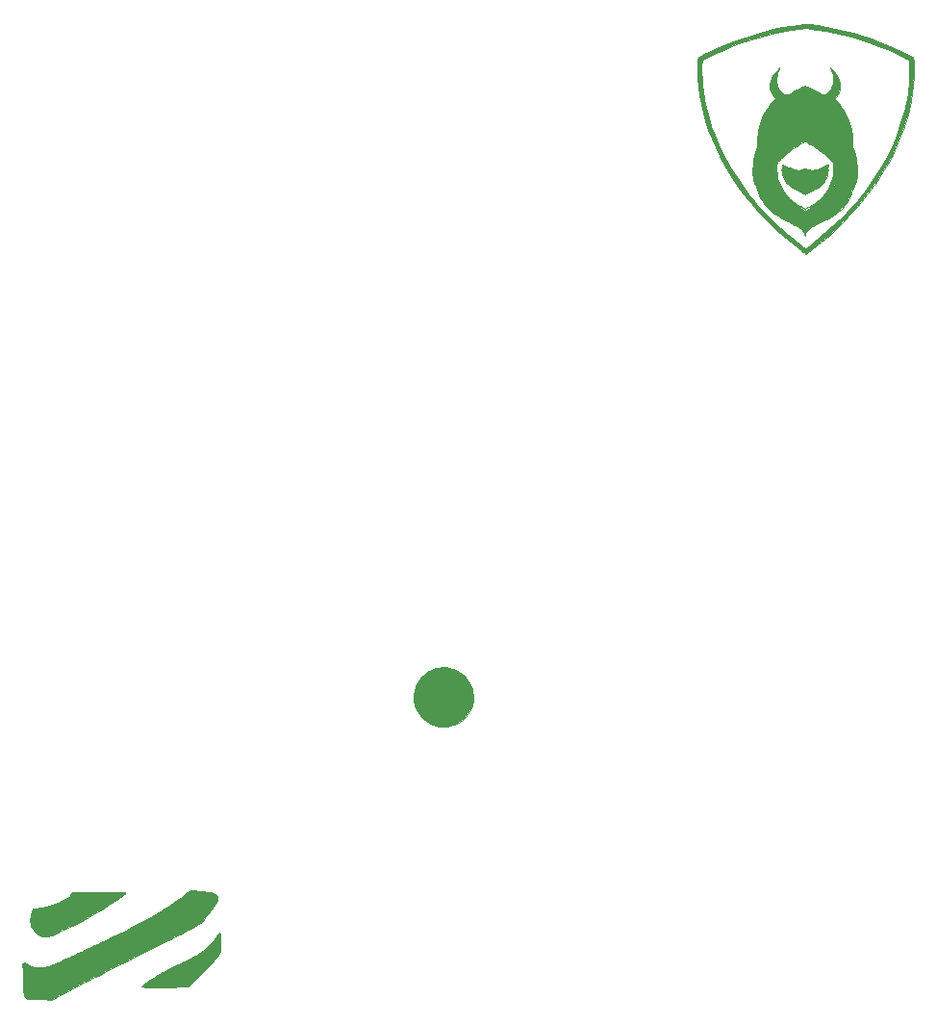
<source format=gbr>
%TF.GenerationSoftware,KiCad,Pcbnew,7.0.5*%
%TF.CreationDate,2023-07-19T22:03:03-05:00*%
%TF.ProjectId,GamePip-Mashup,47616d65-5069-4702-9d4d-61736875702e,rev?*%
%TF.SameCoordinates,Original*%
%TF.FileFunction,Soldermask,Top*%
%TF.FilePolarity,Negative*%
%FSLAX46Y46*%
G04 Gerber Fmt 4.6, Leading zero omitted, Abs format (unit mm)*
G04 Created by KiCad (PCBNEW 7.0.5) date 2023-07-19 22:03:03*
%MOMM*%
%LPD*%
G01*
G04 APERTURE LIST*
%ADD10C,0.010000*%
G04 APERTURE END LIST*
%TO.C,G\u002A\u002A\u002A*%
D10*
X136194583Y-135193275D02*
X136269415Y-135203829D01*
X136377995Y-135217439D01*
X136511927Y-135233139D01*
X136662818Y-135249965D01*
X136822273Y-135266949D01*
X136934238Y-135278389D01*
X137206031Y-135307542D01*
X137439776Y-135336974D01*
X137639754Y-135367549D01*
X137810248Y-135400128D01*
X137955538Y-135435574D01*
X138079906Y-135474750D01*
X138187633Y-135518517D01*
X138231249Y-135539648D01*
X138333925Y-135608950D01*
X138401459Y-135695146D01*
X138434026Y-135799799D01*
X138431802Y-135924469D01*
X138394964Y-136070719D01*
X138323687Y-136240111D01*
X138312716Y-136262291D01*
X138286045Y-136306577D01*
X138236127Y-136380640D01*
X138165678Y-136480821D01*
X138077413Y-136603462D01*
X137974050Y-136744902D01*
X137858304Y-136901483D01*
X137732892Y-137069545D01*
X137600531Y-137245430D01*
X137463935Y-137425478D01*
X137325823Y-137606031D01*
X137188909Y-137783429D01*
X137074639Y-137930109D01*
X137021939Y-137988579D01*
X136952481Y-138049027D01*
X136862109Y-138114169D01*
X136746668Y-138186724D01*
X136602003Y-138269406D01*
X136423959Y-138364934D01*
X136353333Y-138401727D01*
X136207625Y-138477473D01*
X136054637Y-138557532D01*
X135905143Y-138636230D01*
X135769919Y-138707891D01*
X135659737Y-138766842D01*
X135644250Y-138775203D01*
X135596928Y-138800078D01*
X135513820Y-138842923D01*
X135396966Y-138902703D01*
X135248410Y-138978386D01*
X135070193Y-139068941D01*
X134864359Y-139173333D01*
X134632948Y-139290530D01*
X134378004Y-139419500D01*
X134101568Y-139559210D01*
X133805683Y-139708627D01*
X133492390Y-139866718D01*
X133163733Y-140032451D01*
X132821754Y-140204793D01*
X132468494Y-140382711D01*
X132105996Y-140565173D01*
X131813083Y-140712530D01*
X131253155Y-140994213D01*
X130729068Y-141258006D01*
X130238794Y-141504947D01*
X129780308Y-141736074D01*
X129351583Y-141952423D01*
X128950593Y-142155033D01*
X128575310Y-142344939D01*
X128223710Y-142523180D01*
X127893764Y-142690792D01*
X127583447Y-142848813D01*
X127290733Y-142998280D01*
X127013594Y-143140230D01*
X126750004Y-143275701D01*
X126497937Y-143405729D01*
X126255367Y-143531353D01*
X126020266Y-143653609D01*
X125790609Y-143773534D01*
X125564368Y-143892165D01*
X125339518Y-144010541D01*
X125114032Y-144129697D01*
X124885884Y-144250672D01*
X124653046Y-144374503D01*
X124519245Y-144445806D01*
X123829407Y-144813667D01*
X123566745Y-144809000D01*
X123483005Y-144807588D01*
X123363923Y-144805688D01*
X123216484Y-144803406D01*
X123047677Y-144800849D01*
X122864487Y-144798121D01*
X122673901Y-144795330D01*
X122520917Y-144793125D01*
X122314664Y-144789992D01*
X122146319Y-144786914D01*
X122011456Y-144783639D01*
X121905652Y-144779915D01*
X121824481Y-144775491D01*
X121763518Y-144770114D01*
X121718339Y-144763534D01*
X121684519Y-144755498D01*
X121657633Y-144745754D01*
X121653083Y-144743752D01*
X121557311Y-144688421D01*
X121481659Y-144615086D01*
X121423061Y-144518239D01*
X121378455Y-144392371D01*
X121344776Y-144231973D01*
X121335969Y-144173620D01*
X121306207Y-143889992D01*
X121290764Y-143566962D01*
X121289652Y-143204972D01*
X121301270Y-142838452D01*
X121308488Y-142678134D01*
X121313346Y-142553273D01*
X121315633Y-142457048D01*
X121315137Y-142382636D01*
X121311647Y-142323216D01*
X121304952Y-142271967D01*
X121294841Y-142222066D01*
X121281101Y-142166693D01*
X121280377Y-142163899D01*
X121257756Y-142056813D01*
X121240746Y-141939211D01*
X121232995Y-141836368D01*
X121232976Y-141835446D01*
X121232383Y-141753333D01*
X121236993Y-141701293D01*
X121250188Y-141667104D01*
X121275352Y-141638546D01*
X121291412Y-141624336D01*
X121345652Y-141587929D01*
X121398118Y-141581050D01*
X121418412Y-141584130D01*
X121513277Y-141614437D01*
X121627557Y-141669548D01*
X121751000Y-141744071D01*
X121835704Y-141803651D01*
X121970889Y-141904704D01*
X122380979Y-141943704D01*
X122620306Y-141962308D01*
X122831362Y-141968434D01*
X123026629Y-141961053D01*
X123218592Y-141939137D01*
X123419734Y-141901656D01*
X123642539Y-141847583D01*
X123685083Y-141836230D01*
X123720578Y-141822903D01*
X123791709Y-141792801D01*
X123895803Y-141747163D01*
X124030185Y-141687224D01*
X124192182Y-141614221D01*
X124379118Y-141529390D01*
X124588321Y-141433969D01*
X124817114Y-141329193D01*
X125062825Y-141216300D01*
X125322778Y-141096525D01*
X125594300Y-140971106D01*
X125874717Y-140841278D01*
X126161354Y-140708279D01*
X126451536Y-140573344D01*
X126742591Y-140437711D01*
X127031842Y-140302617D01*
X127316617Y-140169296D01*
X127594241Y-140038987D01*
X127862039Y-139912925D01*
X128117338Y-139792348D01*
X128357463Y-139678491D01*
X128553417Y-139585164D01*
X129162215Y-139291847D01*
X129754044Y-139001392D01*
X130326255Y-138715188D01*
X130876201Y-138434622D01*
X131401233Y-138161084D01*
X131898703Y-137895961D01*
X132365964Y-137640643D01*
X132800365Y-137396516D01*
X133199261Y-137164971D01*
X133411167Y-137038282D01*
X133763998Y-136820792D01*
X134107286Y-136601291D01*
X134437381Y-136382388D01*
X134750629Y-136166690D01*
X135043380Y-135956806D01*
X135311981Y-135755346D01*
X135552781Y-135564917D01*
X135762128Y-135388128D01*
X135908833Y-135254145D01*
X136004083Y-135163220D01*
X136194583Y-135193275D01*
G36*
X136194583Y-135193275D02*
G01*
X136269415Y-135203829D01*
X136377995Y-135217439D01*
X136511927Y-135233139D01*
X136662818Y-135249965D01*
X136822273Y-135266949D01*
X136934238Y-135278389D01*
X137206031Y-135307542D01*
X137439776Y-135336974D01*
X137639754Y-135367549D01*
X137810248Y-135400128D01*
X137955538Y-135435574D01*
X138079906Y-135474750D01*
X138187633Y-135518517D01*
X138231249Y-135539648D01*
X138333925Y-135608950D01*
X138401459Y-135695146D01*
X138434026Y-135799799D01*
X138431802Y-135924469D01*
X138394964Y-136070719D01*
X138323687Y-136240111D01*
X138312716Y-136262291D01*
X138286045Y-136306577D01*
X138236127Y-136380640D01*
X138165678Y-136480821D01*
X138077413Y-136603462D01*
X137974050Y-136744902D01*
X137858304Y-136901483D01*
X137732892Y-137069545D01*
X137600531Y-137245430D01*
X137463935Y-137425478D01*
X137325823Y-137606031D01*
X137188909Y-137783429D01*
X137074639Y-137930109D01*
X137021939Y-137988579D01*
X136952481Y-138049027D01*
X136862109Y-138114169D01*
X136746668Y-138186724D01*
X136602003Y-138269406D01*
X136423959Y-138364934D01*
X136353333Y-138401727D01*
X136207625Y-138477473D01*
X136054637Y-138557532D01*
X135905143Y-138636230D01*
X135769919Y-138707891D01*
X135659737Y-138766842D01*
X135644250Y-138775203D01*
X135596928Y-138800078D01*
X135513820Y-138842923D01*
X135396966Y-138902703D01*
X135248410Y-138978386D01*
X135070193Y-139068941D01*
X134864359Y-139173333D01*
X134632948Y-139290530D01*
X134378004Y-139419500D01*
X134101568Y-139559210D01*
X133805683Y-139708627D01*
X133492390Y-139866718D01*
X133163733Y-140032451D01*
X132821754Y-140204793D01*
X132468494Y-140382711D01*
X132105996Y-140565173D01*
X131813083Y-140712530D01*
X131253155Y-140994213D01*
X130729068Y-141258006D01*
X130238794Y-141504947D01*
X129780308Y-141736074D01*
X129351583Y-141952423D01*
X128950593Y-142155033D01*
X128575310Y-142344939D01*
X128223710Y-142523180D01*
X127893764Y-142690792D01*
X127583447Y-142848813D01*
X127290733Y-142998280D01*
X127013594Y-143140230D01*
X126750004Y-143275701D01*
X126497937Y-143405729D01*
X126255367Y-143531353D01*
X126020266Y-143653609D01*
X125790609Y-143773534D01*
X125564368Y-143892165D01*
X125339518Y-144010541D01*
X125114032Y-144129697D01*
X124885884Y-144250672D01*
X124653046Y-144374503D01*
X124519245Y-144445806D01*
X123829407Y-144813667D01*
X123566745Y-144809000D01*
X123483005Y-144807588D01*
X123363923Y-144805688D01*
X123216484Y-144803406D01*
X123047677Y-144800849D01*
X122864487Y-144798121D01*
X122673901Y-144795330D01*
X122520917Y-144793125D01*
X122314664Y-144789992D01*
X122146319Y-144786914D01*
X122011456Y-144783639D01*
X121905652Y-144779915D01*
X121824481Y-144775491D01*
X121763518Y-144770114D01*
X121718339Y-144763534D01*
X121684519Y-144755498D01*
X121657633Y-144745754D01*
X121653083Y-144743752D01*
X121557311Y-144688421D01*
X121481659Y-144615086D01*
X121423061Y-144518239D01*
X121378455Y-144392371D01*
X121344776Y-144231973D01*
X121335969Y-144173620D01*
X121306207Y-143889992D01*
X121290764Y-143566962D01*
X121289652Y-143204972D01*
X121301270Y-142838452D01*
X121308488Y-142678134D01*
X121313346Y-142553273D01*
X121315633Y-142457048D01*
X121315137Y-142382636D01*
X121311647Y-142323216D01*
X121304952Y-142271967D01*
X121294841Y-142222066D01*
X121281101Y-142166693D01*
X121280377Y-142163899D01*
X121257756Y-142056813D01*
X121240746Y-141939211D01*
X121232995Y-141836368D01*
X121232976Y-141835446D01*
X121232383Y-141753333D01*
X121236993Y-141701293D01*
X121250188Y-141667104D01*
X121275352Y-141638546D01*
X121291412Y-141624336D01*
X121345652Y-141587929D01*
X121398118Y-141581050D01*
X121418412Y-141584130D01*
X121513277Y-141614437D01*
X121627557Y-141669548D01*
X121751000Y-141744071D01*
X121835704Y-141803651D01*
X121970889Y-141904704D01*
X122380979Y-141943704D01*
X122620306Y-141962308D01*
X122831362Y-141968434D01*
X123026629Y-141961053D01*
X123218592Y-141939137D01*
X123419734Y-141901656D01*
X123642539Y-141847583D01*
X123685083Y-141836230D01*
X123720578Y-141822903D01*
X123791709Y-141792801D01*
X123895803Y-141747163D01*
X124030185Y-141687224D01*
X124192182Y-141614221D01*
X124379118Y-141529390D01*
X124588321Y-141433969D01*
X124817114Y-141329193D01*
X125062825Y-141216300D01*
X125322778Y-141096525D01*
X125594300Y-140971106D01*
X125874717Y-140841278D01*
X126161354Y-140708279D01*
X126451536Y-140573344D01*
X126742591Y-140437711D01*
X127031842Y-140302617D01*
X127316617Y-140169296D01*
X127594241Y-140038987D01*
X127862039Y-139912925D01*
X128117338Y-139792348D01*
X128357463Y-139678491D01*
X128553417Y-139585164D01*
X129162215Y-139291847D01*
X129754044Y-139001392D01*
X130326255Y-138715188D01*
X130876201Y-138434622D01*
X131401233Y-138161084D01*
X131898703Y-137895961D01*
X132365964Y-137640643D01*
X132800365Y-137396516D01*
X133199261Y-137164971D01*
X133411167Y-137038282D01*
X133763998Y-136820792D01*
X134107286Y-136601291D01*
X134437381Y-136382388D01*
X134750629Y-136166690D01*
X135043380Y-135956806D01*
X135311981Y-135755346D01*
X135552781Y-135564917D01*
X135762128Y-135388128D01*
X135908833Y-135254145D01*
X136004083Y-135163220D01*
X136194583Y-135193275D01*
G37*
X138621281Y-139100322D02*
X138624976Y-139167208D01*
X138628737Y-139269321D01*
X138632393Y-139399555D01*
X138635772Y-139550803D01*
X138638701Y-139715961D01*
X138641007Y-139887922D01*
X138641503Y-139934750D01*
X138648027Y-140590917D01*
X138595290Y-140718094D01*
X138571815Y-140772958D01*
X138547270Y-140825280D01*
X138519753Y-140877203D01*
X138487363Y-140930869D01*
X138448197Y-140988421D01*
X138400353Y-141052003D01*
X138341930Y-141123757D01*
X138271025Y-141205825D01*
X138185736Y-141300352D01*
X138084162Y-141409479D01*
X137964401Y-141535350D01*
X137824549Y-141680107D01*
X137662707Y-141845893D01*
X137476971Y-142034852D01*
X137265439Y-142249126D01*
X137026210Y-142490858D01*
X136983893Y-142533582D01*
X135898250Y-143629580D01*
X135591333Y-143650134D01*
X135486048Y-143657274D01*
X135347920Y-143666776D01*
X135186332Y-143677985D01*
X135010667Y-143690251D01*
X134830307Y-143702919D01*
X134670583Y-143714206D01*
X134465083Y-143727170D01*
X134239920Y-143738545D01*
X134001408Y-143748223D01*
X133755863Y-143756096D01*
X133509597Y-143762054D01*
X133268927Y-143765991D01*
X133040165Y-143767798D01*
X132829627Y-143767366D01*
X132643627Y-143764588D01*
X132488479Y-143759355D01*
X132390280Y-143753285D01*
X132198455Y-143736131D01*
X132036903Y-143718464D01*
X131908167Y-143700674D01*
X131814786Y-143683149D01*
X131759301Y-143666276D01*
X131744145Y-143654472D01*
X131754292Y-143625110D01*
X131792541Y-143575849D01*
X131853085Y-143512133D01*
X131930118Y-143439409D01*
X132017835Y-143363122D01*
X132110429Y-143288716D01*
X132202093Y-143221638D01*
X132215250Y-143212649D01*
X132344058Y-143127204D01*
X132479497Y-143040836D01*
X132624195Y-142952127D01*
X132780783Y-142859659D01*
X132951889Y-142762015D01*
X133140144Y-142657775D01*
X133348175Y-142545524D01*
X133578614Y-142423841D01*
X133834089Y-142291309D01*
X134117230Y-142146511D01*
X134430666Y-141988028D01*
X134777027Y-141814443D01*
X135158941Y-141624336D01*
X135178583Y-141614588D01*
X135418550Y-141495047D01*
X135648521Y-141379608D01*
X135865168Y-141269991D01*
X136065169Y-141167913D01*
X136245197Y-141075093D01*
X136401927Y-140993251D01*
X136532036Y-140924103D01*
X136632196Y-140869370D01*
X136699084Y-140830769D01*
X136716833Y-140819528D01*
X136853924Y-140725341D01*
X136982082Y-140631365D01*
X137105302Y-140533792D01*
X137227581Y-140428814D01*
X137352915Y-140312621D01*
X137485299Y-140181405D01*
X137628730Y-140031356D01*
X137787203Y-139858666D01*
X137964714Y-139659525D01*
X138120754Y-139481322D01*
X138607583Y-138922061D01*
X138621281Y-139100322D01*
G36*
X138621281Y-139100322D02*
G01*
X138624976Y-139167208D01*
X138628737Y-139269321D01*
X138632393Y-139399555D01*
X138635772Y-139550803D01*
X138638701Y-139715961D01*
X138641007Y-139887922D01*
X138641503Y-139934750D01*
X138648027Y-140590917D01*
X138595290Y-140718094D01*
X138571815Y-140772958D01*
X138547270Y-140825280D01*
X138519753Y-140877203D01*
X138487363Y-140930869D01*
X138448197Y-140988421D01*
X138400353Y-141052003D01*
X138341930Y-141123757D01*
X138271025Y-141205825D01*
X138185736Y-141300352D01*
X138084162Y-141409479D01*
X137964401Y-141535350D01*
X137824549Y-141680107D01*
X137662707Y-141845893D01*
X137476971Y-142034852D01*
X137265439Y-142249126D01*
X137026210Y-142490858D01*
X136983893Y-142533582D01*
X135898250Y-143629580D01*
X135591333Y-143650134D01*
X135486048Y-143657274D01*
X135347920Y-143666776D01*
X135186332Y-143677985D01*
X135010667Y-143690251D01*
X134830307Y-143702919D01*
X134670583Y-143714206D01*
X134465083Y-143727170D01*
X134239920Y-143738545D01*
X134001408Y-143748223D01*
X133755863Y-143756096D01*
X133509597Y-143762054D01*
X133268927Y-143765991D01*
X133040165Y-143767798D01*
X132829627Y-143767366D01*
X132643627Y-143764588D01*
X132488479Y-143759355D01*
X132390280Y-143753285D01*
X132198455Y-143736131D01*
X132036903Y-143718464D01*
X131908167Y-143700674D01*
X131814786Y-143683149D01*
X131759301Y-143666276D01*
X131744145Y-143654472D01*
X131754292Y-143625110D01*
X131792541Y-143575849D01*
X131853085Y-143512133D01*
X131930118Y-143439409D01*
X132017835Y-143363122D01*
X132110429Y-143288716D01*
X132202093Y-143221638D01*
X132215250Y-143212649D01*
X132344058Y-143127204D01*
X132479497Y-143040836D01*
X132624195Y-142952127D01*
X132780783Y-142859659D01*
X132951889Y-142762015D01*
X133140144Y-142657775D01*
X133348175Y-142545524D01*
X133578614Y-142423841D01*
X133834089Y-142291309D01*
X134117230Y-142146511D01*
X134430666Y-141988028D01*
X134777027Y-141814443D01*
X135158941Y-141624336D01*
X135178583Y-141614588D01*
X135418550Y-141495047D01*
X135648521Y-141379608D01*
X135865168Y-141269991D01*
X136065169Y-141167913D01*
X136245197Y-141075093D01*
X136401927Y-140993251D01*
X136532036Y-140924103D01*
X136632196Y-140869370D01*
X136699084Y-140830769D01*
X136716833Y-140819528D01*
X136853924Y-140725341D01*
X136982082Y-140631365D01*
X137105302Y-140533792D01*
X137227581Y-140428814D01*
X137352915Y-140312621D01*
X137485299Y-140181405D01*
X137628730Y-140031356D01*
X137787203Y-139858666D01*
X137964714Y-139659525D01*
X138120754Y-139481322D01*
X138607583Y-138922061D01*
X138621281Y-139100322D01*
G37*
X128019583Y-135340061D02*
X128497602Y-135351017D01*
X128706524Y-135357244D01*
X128923209Y-135363133D01*
X129139093Y-135368488D01*
X129345611Y-135373117D01*
X129534201Y-135376826D01*
X129696298Y-135379421D01*
X129806487Y-135380605D01*
X129973108Y-135382201D01*
X130101395Y-135385020D01*
X130195348Y-135390062D01*
X130258967Y-135398330D01*
X130296249Y-135410825D01*
X130311196Y-135428549D01*
X130307806Y-135452502D01*
X130290078Y-135483688D01*
X130279421Y-135499039D01*
X130250777Y-135525965D01*
X130189865Y-135573304D01*
X130100143Y-135638757D01*
X129985067Y-135720022D01*
X129848094Y-135814800D01*
X129692681Y-135920791D01*
X129522284Y-136035694D01*
X129340360Y-136157208D01*
X129150366Y-136283034D01*
X128955758Y-136410872D01*
X128759994Y-136538420D01*
X128566529Y-136663378D01*
X128378821Y-136783447D01*
X128200325Y-136896326D01*
X128034500Y-136999714D01*
X127905955Y-137078498D01*
X127500764Y-137317884D01*
X127062013Y-137564920D01*
X126596889Y-137815765D01*
X126112575Y-138066580D01*
X125616256Y-138313524D01*
X125396900Y-138419497D01*
X125077145Y-138572043D01*
X124793273Y-138706345D01*
X124543385Y-138823248D01*
X124325580Y-138923598D01*
X124137958Y-139008240D01*
X123978617Y-139078021D01*
X123845658Y-139133787D01*
X123737179Y-139176382D01*
X123651281Y-139206653D01*
X123586063Y-139225447D01*
X123585732Y-139225526D01*
X123431909Y-139255819D01*
X123278745Y-139274184D01*
X123138238Y-139279764D01*
X123022385Y-139271705D01*
X122998361Y-139267392D01*
X122823392Y-139210687D01*
X122650041Y-139117306D01*
X122483650Y-138992743D01*
X122329562Y-138842492D01*
X122193120Y-138672046D01*
X122079668Y-138486899D01*
X121994547Y-138292545D01*
X121968163Y-138208155D01*
X121943361Y-138081091D01*
X121931234Y-137934184D01*
X121930748Y-137774181D01*
X121940867Y-137607827D01*
X121960555Y-137441869D01*
X121988779Y-137283053D01*
X122024503Y-137138125D01*
X122066692Y-137013829D01*
X122114310Y-136916914D01*
X122166324Y-136854124D01*
X122177122Y-136846281D01*
X122221245Y-136829407D01*
X122292779Y-136813788D01*
X122376846Y-136802618D01*
X122383333Y-136802041D01*
X122544468Y-136782713D01*
X122739544Y-136749827D01*
X122962789Y-136704487D01*
X123208430Y-136647799D01*
X123275646Y-136631240D01*
X123678641Y-136522203D01*
X124055872Y-136402931D01*
X124403985Y-136274747D01*
X124719622Y-136138975D01*
X124999429Y-135996937D01*
X125215071Y-135866677D01*
X125311277Y-135800613D01*
X125377278Y-135747079D01*
X125419736Y-135697799D01*
X125445311Y-135644495D01*
X125460665Y-135578890D01*
X125464018Y-135557336D01*
X125475272Y-135499801D01*
X125493787Y-135456485D01*
X125525282Y-135425013D01*
X125575474Y-135403008D01*
X125650081Y-135388095D01*
X125754822Y-135377898D01*
X125895413Y-135370042D01*
X125917190Y-135369043D01*
X126422884Y-135350633D01*
X126952994Y-135339588D01*
X127490801Y-135336025D01*
X128019583Y-135340061D01*
G36*
X128019583Y-135340061D02*
G01*
X128497602Y-135351017D01*
X128706524Y-135357244D01*
X128923209Y-135363133D01*
X129139093Y-135368488D01*
X129345611Y-135373117D01*
X129534201Y-135376826D01*
X129696298Y-135379421D01*
X129806487Y-135380605D01*
X129973108Y-135382201D01*
X130101395Y-135385020D01*
X130195348Y-135390062D01*
X130258967Y-135398330D01*
X130296249Y-135410825D01*
X130311196Y-135428549D01*
X130307806Y-135452502D01*
X130290078Y-135483688D01*
X130279421Y-135499039D01*
X130250777Y-135525965D01*
X130189865Y-135573304D01*
X130100143Y-135638757D01*
X129985067Y-135720022D01*
X129848094Y-135814800D01*
X129692681Y-135920791D01*
X129522284Y-136035694D01*
X129340360Y-136157208D01*
X129150366Y-136283034D01*
X128955758Y-136410872D01*
X128759994Y-136538420D01*
X128566529Y-136663378D01*
X128378821Y-136783447D01*
X128200325Y-136896326D01*
X128034500Y-136999714D01*
X127905955Y-137078498D01*
X127500764Y-137317884D01*
X127062013Y-137564920D01*
X126596889Y-137815765D01*
X126112575Y-138066580D01*
X125616256Y-138313524D01*
X125396900Y-138419497D01*
X125077145Y-138572043D01*
X124793273Y-138706345D01*
X124543385Y-138823248D01*
X124325580Y-138923598D01*
X124137958Y-139008240D01*
X123978617Y-139078021D01*
X123845658Y-139133787D01*
X123737179Y-139176382D01*
X123651281Y-139206653D01*
X123586063Y-139225447D01*
X123585732Y-139225526D01*
X123431909Y-139255819D01*
X123278745Y-139274184D01*
X123138238Y-139279764D01*
X123022385Y-139271705D01*
X122998361Y-139267392D01*
X122823392Y-139210687D01*
X122650041Y-139117306D01*
X122483650Y-138992743D01*
X122329562Y-138842492D01*
X122193120Y-138672046D01*
X122079668Y-138486899D01*
X121994547Y-138292545D01*
X121968163Y-138208155D01*
X121943361Y-138081091D01*
X121931234Y-137934184D01*
X121930748Y-137774181D01*
X121940867Y-137607827D01*
X121960555Y-137441869D01*
X121988779Y-137283053D01*
X122024503Y-137138125D01*
X122066692Y-137013829D01*
X122114310Y-136916914D01*
X122166324Y-136854124D01*
X122177122Y-136846281D01*
X122221245Y-136829407D01*
X122292779Y-136813788D01*
X122376846Y-136802618D01*
X122383333Y-136802041D01*
X122544468Y-136782713D01*
X122739544Y-136749827D01*
X122962789Y-136704487D01*
X123208430Y-136647799D01*
X123275646Y-136631240D01*
X123678641Y-136522203D01*
X124055872Y-136402931D01*
X124403985Y-136274747D01*
X124719622Y-136138975D01*
X124999429Y-135996937D01*
X125215071Y-135866677D01*
X125311277Y-135800613D01*
X125377278Y-135747079D01*
X125419736Y-135697799D01*
X125445311Y-135644495D01*
X125460665Y-135578890D01*
X125464018Y-135557336D01*
X125475272Y-135499801D01*
X125493787Y-135456485D01*
X125525282Y-135425013D01*
X125575474Y-135403008D01*
X125650081Y-135388095D01*
X125754822Y-135377898D01*
X125895413Y-135370042D01*
X125917190Y-135369043D01*
X126422884Y-135350633D01*
X126952994Y-135339588D01*
X127490801Y-135336025D01*
X128019583Y-135340061D01*
G37*
X158493630Y-115590996D02*
X158791876Y-115630136D01*
X159083879Y-115702809D01*
X159366383Y-115808552D01*
X159636133Y-115946898D01*
X159889876Y-116117383D01*
X160124355Y-116319543D01*
X160336318Y-116552912D01*
X160522508Y-116817026D01*
X160556466Y-116873667D01*
X160702847Y-117163659D01*
X160809267Y-117463821D01*
X160876510Y-117777110D01*
X160905358Y-118106483D01*
X160906667Y-118196583D01*
X160886481Y-118529186D01*
X160827232Y-118848939D01*
X160730885Y-119153427D01*
X160599403Y-119440237D01*
X160434752Y-119706956D01*
X160238894Y-119951169D01*
X160013793Y-120170463D01*
X159761415Y-120362423D01*
X159483723Y-120524637D01*
X159182681Y-120654690D01*
X158860253Y-120750169D01*
X158821750Y-120758854D01*
X158726335Y-120774196D01*
X158600820Y-120786595D01*
X158457363Y-120795614D01*
X158308123Y-120800813D01*
X158165258Y-120801756D01*
X158040927Y-120798005D01*
X157953917Y-120790110D01*
X157631324Y-120724229D01*
X157328035Y-120623069D01*
X157045545Y-120489419D01*
X156785350Y-120326073D01*
X156548944Y-120135821D01*
X156337824Y-119921456D01*
X156153486Y-119685770D01*
X155997424Y-119431555D01*
X155871135Y-119161602D01*
X155776113Y-118878703D01*
X155713856Y-118585650D01*
X155685857Y-118285236D01*
X155693612Y-117980251D01*
X155738618Y-117673487D01*
X155822370Y-117367738D01*
X155946363Y-117065794D01*
X155952304Y-117053583D01*
X156100223Y-116785979D01*
X156268066Y-116549593D01*
X156462333Y-116335492D01*
X156504463Y-116294999D01*
X156755287Y-116086390D01*
X157022650Y-115914567D01*
X157303297Y-115779068D01*
X157593973Y-115679425D01*
X157891423Y-115615176D01*
X158192394Y-115585854D01*
X158493630Y-115590996D01*
G36*
X158493630Y-115590996D02*
G01*
X158791876Y-115630136D01*
X159083879Y-115702809D01*
X159366383Y-115808552D01*
X159636133Y-115946898D01*
X159889876Y-116117383D01*
X160124355Y-116319543D01*
X160336318Y-116552912D01*
X160522508Y-116817026D01*
X160556466Y-116873667D01*
X160702847Y-117163659D01*
X160809267Y-117463821D01*
X160876510Y-117777110D01*
X160905358Y-118106483D01*
X160906667Y-118196583D01*
X160886481Y-118529186D01*
X160827232Y-118848939D01*
X160730885Y-119153427D01*
X160599403Y-119440237D01*
X160434752Y-119706956D01*
X160238894Y-119951169D01*
X160013793Y-120170463D01*
X159761415Y-120362423D01*
X159483723Y-120524637D01*
X159182681Y-120654690D01*
X158860253Y-120750169D01*
X158821750Y-120758854D01*
X158726335Y-120774196D01*
X158600820Y-120786595D01*
X158457363Y-120795614D01*
X158308123Y-120800813D01*
X158165258Y-120801756D01*
X158040927Y-120798005D01*
X157953917Y-120790110D01*
X157631324Y-120724229D01*
X157328035Y-120623069D01*
X157045545Y-120489419D01*
X156785350Y-120326073D01*
X156548944Y-120135821D01*
X156337824Y-119921456D01*
X156153486Y-119685770D01*
X155997424Y-119431555D01*
X155871135Y-119161602D01*
X155776113Y-118878703D01*
X155713856Y-118585650D01*
X155685857Y-118285236D01*
X155693612Y-117980251D01*
X155738618Y-117673487D01*
X155822370Y-117367738D01*
X155946363Y-117065794D01*
X155952304Y-117053583D01*
X156100223Y-116785979D01*
X156268066Y-116549593D01*
X156462333Y-116335492D01*
X156504463Y-116294999D01*
X156755287Y-116086390D01*
X157022650Y-115914567D01*
X157303297Y-115779068D01*
X157593973Y-115679425D01*
X157891423Y-115615176D01*
X158192394Y-115585854D01*
X158493630Y-115590996D01*
G37*
X190259168Y-59002131D02*
X190386554Y-59011033D01*
X190444750Y-59016488D01*
X191189869Y-59105727D01*
X191955428Y-59228492D01*
X192737592Y-59383624D01*
X193532528Y-59569967D01*
X194336400Y-59786363D01*
X195145374Y-60031655D01*
X195955616Y-60304685D01*
X196763293Y-60604296D01*
X197564568Y-60929331D01*
X198355610Y-61278631D01*
X199070838Y-61620328D01*
X199208442Y-61689157D01*
X199334099Y-61753162D01*
X199442631Y-61809612D01*
X199528861Y-61855780D01*
X199587613Y-61888936D01*
X199613711Y-61906351D01*
X199614001Y-61906681D01*
X199630096Y-61947122D01*
X199644911Y-62024731D01*
X199658227Y-62134353D01*
X199669821Y-62270836D01*
X199679473Y-62429027D01*
X199686962Y-62603772D01*
X199692066Y-62789918D01*
X199694564Y-62982312D01*
X199694236Y-63175802D01*
X199690859Y-63365233D01*
X199684271Y-63544250D01*
X199631518Y-64300084D01*
X199545732Y-65041704D01*
X199425753Y-65775250D01*
X199270420Y-66506858D01*
X199078574Y-67242669D01*
X198849055Y-67988820D01*
X198838400Y-68021000D01*
X198540436Y-68851424D01*
X198201704Y-69671175D01*
X197822511Y-70479837D01*
X197403160Y-71276997D01*
X196943956Y-72062239D01*
X196445203Y-72835149D01*
X195907206Y-73595313D01*
X195330270Y-74342316D01*
X194714699Y-75075744D01*
X194060798Y-75795181D01*
X193368871Y-76500213D01*
X192639223Y-77190427D01*
X191872159Y-77865406D01*
X191196167Y-78422688D01*
X191046073Y-78542030D01*
X190896138Y-78659764D01*
X190750237Y-78772973D01*
X190612244Y-78878738D01*
X190486034Y-78974142D01*
X190375484Y-79056266D01*
X190284467Y-79122194D01*
X190216859Y-79169006D01*
X190176536Y-79193785D01*
X190167835Y-79197000D01*
X190144655Y-79184658D01*
X190093118Y-79150082D01*
X190018349Y-79096945D01*
X189925471Y-79028919D01*
X189819607Y-78949677D01*
X189765000Y-78908214D01*
X188929490Y-78249355D01*
X188134276Y-77578103D01*
X187379074Y-76894134D01*
X186663603Y-76197120D01*
X185987581Y-75486737D01*
X185350724Y-74762658D01*
X184752752Y-74024557D01*
X184193381Y-73272109D01*
X183672330Y-72504987D01*
X183189316Y-71722866D01*
X182744057Y-70925420D01*
X182582471Y-70613917D01*
X182222404Y-69865448D01*
X181897832Y-69108515D01*
X181609333Y-68345372D01*
X181357480Y-67578274D01*
X181142849Y-66809476D01*
X180966017Y-66041233D01*
X180827559Y-65275800D01*
X180728050Y-64515431D01*
X180668065Y-63762381D01*
X180648184Y-63036250D01*
X180648421Y-62989375D01*
X181025583Y-62989375D01*
X181026138Y-63240976D01*
X181028131Y-63458520D01*
X181032050Y-63650270D01*
X181038387Y-63824492D01*
X181047630Y-63989450D01*
X181060269Y-64153409D01*
X181076795Y-64324635D01*
X181097697Y-64511391D01*
X181123465Y-64721942D01*
X181132485Y-64793083D01*
X181255251Y-65590441D01*
X181419746Y-66387147D01*
X181625368Y-67181890D01*
X181871519Y-67973361D01*
X182157598Y-68760250D01*
X182483005Y-69541247D01*
X182847141Y-70315044D01*
X183249404Y-71080330D01*
X183689196Y-71835796D01*
X184165917Y-72580132D01*
X184678965Y-73312029D01*
X185227742Y-74030177D01*
X185540005Y-74413333D01*
X185934260Y-74872227D01*
X186360134Y-75341520D01*
X186810663Y-75814184D01*
X187278885Y-76283193D01*
X187757838Y-76741519D01*
X188240559Y-77182135D01*
X188561615Y-77463074D01*
X188734154Y-77610131D01*
X188910207Y-77757901D01*
X189086661Y-77903942D01*
X189260400Y-78045812D01*
X189428312Y-78181068D01*
X189587281Y-78307269D01*
X189734195Y-78421973D01*
X189865938Y-78522737D01*
X189979397Y-78607119D01*
X190071458Y-78672676D01*
X190139006Y-78716968D01*
X190178928Y-78737551D01*
X190187549Y-78738192D01*
X190212763Y-78720549D01*
X190264419Y-78682393D01*
X190335415Y-78629031D01*
X190418646Y-78565771D01*
X190434167Y-78553906D01*
X191144148Y-77992830D01*
X191835503Y-77410908D01*
X192504143Y-76812012D01*
X193145978Y-76200015D01*
X193756920Y-75578791D01*
X194332879Y-74952213D01*
X194760724Y-74455667D01*
X195351725Y-73718873D01*
X195903511Y-72969406D01*
X196415801Y-72207772D01*
X196888316Y-71434476D01*
X197320776Y-70650025D01*
X197712902Y-69854924D01*
X198064415Y-69049679D01*
X198375034Y-68234797D01*
X198634662Y-67443366D01*
X198847586Y-66676718D01*
X199020788Y-65915465D01*
X199155479Y-65154188D01*
X199175212Y-65020342D01*
X199210686Y-64766085D01*
X199239653Y-64541648D01*
X199262741Y-64338025D01*
X199280581Y-64146207D01*
X199293802Y-63957187D01*
X199303032Y-63761956D01*
X199308902Y-63551506D01*
X199312040Y-63316830D01*
X199313076Y-63048919D01*
X199313077Y-63046833D01*
X199312760Y-62865245D01*
X199311636Y-62695110D01*
X199309801Y-62541528D01*
X199307351Y-62409597D01*
X199304381Y-62304416D01*
X199300987Y-62231084D01*
X199297266Y-62194701D01*
X199297050Y-62193860D01*
X199288041Y-62173517D01*
X199269632Y-62152145D01*
X199237404Y-62127105D01*
X199186940Y-62095757D01*
X199113823Y-62055460D01*
X199013635Y-62003574D01*
X198881957Y-61937460D01*
X198799633Y-61896611D01*
X198063137Y-61546951D01*
X197308005Y-61217260D01*
X196538831Y-60908947D01*
X195760212Y-60623417D01*
X194976742Y-60362080D01*
X194193017Y-60126341D01*
X193413632Y-59917609D01*
X192643182Y-59737290D01*
X191886262Y-59586792D01*
X191147467Y-59467522D01*
X190667028Y-59406024D01*
X190494657Y-59387244D01*
X190352764Y-59374517D01*
X190229929Y-59367845D01*
X190114730Y-59367234D01*
X189995746Y-59372687D01*
X189861558Y-59384208D01*
X189700743Y-59401801D01*
X189661583Y-59406377D01*
X188837045Y-59521334D01*
X187996690Y-59673679D01*
X187143098Y-59862672D01*
X186278845Y-60087573D01*
X185406509Y-60347642D01*
X184528669Y-60642138D01*
X183647903Y-60970321D01*
X182766787Y-61331452D01*
X182401525Y-61490867D01*
X182241900Y-61562688D01*
X182075339Y-61639245D01*
X181906636Y-61718189D01*
X181740586Y-61797173D01*
X181581984Y-61873849D01*
X181435626Y-61945868D01*
X181306307Y-62010883D01*
X181198821Y-62066544D01*
X181117963Y-62110504D01*
X181068529Y-62140415D01*
X181057333Y-62149130D01*
X181049081Y-62162303D01*
X181042357Y-62186526D01*
X181037010Y-62225719D01*
X181032894Y-62283807D01*
X181029861Y-62364709D01*
X181027761Y-62472349D01*
X181026447Y-62610649D01*
X181025770Y-62783530D01*
X181025583Y-62989375D01*
X180648421Y-62989375D01*
X180649577Y-62761722D01*
X180654325Y-62527796D01*
X180662566Y-62332863D01*
X180674441Y-62175313D01*
X180690087Y-62053537D01*
X180709642Y-61965925D01*
X180733246Y-61910869D01*
X180746447Y-61895188D01*
X180780840Y-61872776D01*
X180848905Y-61834951D01*
X180945876Y-61784036D01*
X181066987Y-61722354D01*
X181207469Y-61652227D01*
X181362558Y-61575979D01*
X181527487Y-61495933D01*
X181697488Y-61414412D01*
X181867795Y-61333738D01*
X182033642Y-61256234D01*
X182190263Y-61184224D01*
X182332890Y-61120031D01*
X182376910Y-61100591D01*
X183194881Y-60755977D01*
X184016970Y-60438306D01*
X184839806Y-60148514D01*
X185660017Y-59887537D01*
X186474230Y-59656311D01*
X187279074Y-59455771D01*
X188071177Y-59286852D01*
X188847166Y-59150491D01*
X189603671Y-59047622D01*
X189883833Y-59017656D01*
X190026179Y-59005405D01*
X190145167Y-59000242D01*
X190259168Y-59002131D01*
G36*
X190259168Y-59002131D02*
G01*
X190386554Y-59011033D01*
X190444750Y-59016488D01*
X191189869Y-59105727D01*
X191955428Y-59228492D01*
X192737592Y-59383624D01*
X193532528Y-59569967D01*
X194336400Y-59786363D01*
X195145374Y-60031655D01*
X195955616Y-60304685D01*
X196763293Y-60604296D01*
X197564568Y-60929331D01*
X198355610Y-61278631D01*
X199070838Y-61620328D01*
X199208442Y-61689157D01*
X199334099Y-61753162D01*
X199442631Y-61809612D01*
X199528861Y-61855780D01*
X199587613Y-61888936D01*
X199613711Y-61906351D01*
X199614001Y-61906681D01*
X199630096Y-61947122D01*
X199644911Y-62024731D01*
X199658227Y-62134353D01*
X199669821Y-62270836D01*
X199679473Y-62429027D01*
X199686962Y-62603772D01*
X199692066Y-62789918D01*
X199694564Y-62982312D01*
X199694236Y-63175802D01*
X199690859Y-63365233D01*
X199684271Y-63544250D01*
X199631518Y-64300084D01*
X199545732Y-65041704D01*
X199425753Y-65775250D01*
X199270420Y-66506858D01*
X199078574Y-67242669D01*
X198849055Y-67988820D01*
X198838400Y-68021000D01*
X198540436Y-68851424D01*
X198201704Y-69671175D01*
X197822511Y-70479837D01*
X197403160Y-71276997D01*
X196943956Y-72062239D01*
X196445203Y-72835149D01*
X195907206Y-73595313D01*
X195330270Y-74342316D01*
X194714699Y-75075744D01*
X194060798Y-75795181D01*
X193368871Y-76500213D01*
X192639223Y-77190427D01*
X191872159Y-77865406D01*
X191196167Y-78422688D01*
X191046073Y-78542030D01*
X190896138Y-78659764D01*
X190750237Y-78772973D01*
X190612244Y-78878738D01*
X190486034Y-78974142D01*
X190375484Y-79056266D01*
X190284467Y-79122194D01*
X190216859Y-79169006D01*
X190176536Y-79193785D01*
X190167835Y-79197000D01*
X190144655Y-79184658D01*
X190093118Y-79150082D01*
X190018349Y-79096945D01*
X189925471Y-79028919D01*
X189819607Y-78949677D01*
X189765000Y-78908214D01*
X188929490Y-78249355D01*
X188134276Y-77578103D01*
X187379074Y-76894134D01*
X186663603Y-76197120D01*
X185987581Y-75486737D01*
X185350724Y-74762658D01*
X184752752Y-74024557D01*
X184193381Y-73272109D01*
X183672330Y-72504987D01*
X183189316Y-71722866D01*
X182744057Y-70925420D01*
X182582471Y-70613917D01*
X182222404Y-69865448D01*
X181897832Y-69108515D01*
X181609333Y-68345372D01*
X181357480Y-67578274D01*
X181142849Y-66809476D01*
X180966017Y-66041233D01*
X180827559Y-65275800D01*
X180728050Y-64515431D01*
X180668065Y-63762381D01*
X180648184Y-63036250D01*
X180648421Y-62989375D01*
X181025583Y-62989375D01*
X181026138Y-63240976D01*
X181028131Y-63458520D01*
X181032050Y-63650270D01*
X181038387Y-63824492D01*
X181047630Y-63989450D01*
X181060269Y-64153409D01*
X181076795Y-64324635D01*
X181097697Y-64511391D01*
X181123465Y-64721942D01*
X181132485Y-64793083D01*
X181255251Y-65590441D01*
X181419746Y-66387147D01*
X181625368Y-67181890D01*
X181871519Y-67973361D01*
X182157598Y-68760250D01*
X182483005Y-69541247D01*
X182847141Y-70315044D01*
X183249404Y-71080330D01*
X183689196Y-71835796D01*
X184165917Y-72580132D01*
X184678965Y-73312029D01*
X185227742Y-74030177D01*
X185540005Y-74413333D01*
X185934260Y-74872227D01*
X186360134Y-75341520D01*
X186810663Y-75814184D01*
X187278885Y-76283193D01*
X187757838Y-76741519D01*
X188240559Y-77182135D01*
X188561615Y-77463074D01*
X188734154Y-77610131D01*
X188910207Y-77757901D01*
X189086661Y-77903942D01*
X189260400Y-78045812D01*
X189428312Y-78181068D01*
X189587281Y-78307269D01*
X189734195Y-78421973D01*
X189865938Y-78522737D01*
X189979397Y-78607119D01*
X190071458Y-78672676D01*
X190139006Y-78716968D01*
X190178928Y-78737551D01*
X190187549Y-78738192D01*
X190212763Y-78720549D01*
X190264419Y-78682393D01*
X190335415Y-78629031D01*
X190418646Y-78565771D01*
X190434167Y-78553906D01*
X191144148Y-77992830D01*
X191835503Y-77410908D01*
X192504143Y-76812012D01*
X193145978Y-76200015D01*
X193756920Y-75578791D01*
X194332879Y-74952213D01*
X194760724Y-74455667D01*
X195351725Y-73718873D01*
X195903511Y-72969406D01*
X196415801Y-72207772D01*
X196888316Y-71434476D01*
X197320776Y-70650025D01*
X197712902Y-69854924D01*
X198064415Y-69049679D01*
X198375034Y-68234797D01*
X198634662Y-67443366D01*
X198847586Y-66676718D01*
X199020788Y-65915465D01*
X199155479Y-65154188D01*
X199175212Y-65020342D01*
X199210686Y-64766085D01*
X199239653Y-64541648D01*
X199262741Y-64338025D01*
X199280581Y-64146207D01*
X199293802Y-63957187D01*
X199303032Y-63761956D01*
X199308902Y-63551506D01*
X199312040Y-63316830D01*
X199313076Y-63048919D01*
X199313077Y-63046833D01*
X199312760Y-62865245D01*
X199311636Y-62695110D01*
X199309801Y-62541528D01*
X199307351Y-62409597D01*
X199304381Y-62304416D01*
X199300987Y-62231084D01*
X199297266Y-62194701D01*
X199297050Y-62193860D01*
X199288041Y-62173517D01*
X199269632Y-62152145D01*
X199237404Y-62127105D01*
X199186940Y-62095757D01*
X199113823Y-62055460D01*
X199013635Y-62003574D01*
X198881957Y-61937460D01*
X198799633Y-61896611D01*
X198063137Y-61546951D01*
X197308005Y-61217260D01*
X196538831Y-60908947D01*
X195760212Y-60623417D01*
X194976742Y-60362080D01*
X194193017Y-60126341D01*
X193413632Y-59917609D01*
X192643182Y-59737290D01*
X191886262Y-59586792D01*
X191147467Y-59467522D01*
X190667028Y-59406024D01*
X190494657Y-59387244D01*
X190352764Y-59374517D01*
X190229929Y-59367845D01*
X190114730Y-59367234D01*
X189995746Y-59372687D01*
X189861558Y-59384208D01*
X189700743Y-59401801D01*
X189661583Y-59406377D01*
X188837045Y-59521334D01*
X187996690Y-59673679D01*
X187143098Y-59862672D01*
X186278845Y-60087573D01*
X185406509Y-60347642D01*
X184528669Y-60642138D01*
X183647903Y-60970321D01*
X182766787Y-61331452D01*
X182401525Y-61490867D01*
X182241900Y-61562688D01*
X182075339Y-61639245D01*
X181906636Y-61718189D01*
X181740586Y-61797173D01*
X181581984Y-61873849D01*
X181435626Y-61945868D01*
X181306307Y-62010883D01*
X181198821Y-62066544D01*
X181117963Y-62110504D01*
X181068529Y-62140415D01*
X181057333Y-62149130D01*
X181049081Y-62162303D01*
X181042357Y-62186526D01*
X181037010Y-62225719D01*
X181032894Y-62283807D01*
X181029861Y-62364709D01*
X181027761Y-62472349D01*
X181026447Y-62610649D01*
X181025770Y-62783530D01*
X181025583Y-62989375D01*
X180648421Y-62989375D01*
X180649577Y-62761722D01*
X180654325Y-62527796D01*
X180662566Y-62332863D01*
X180674441Y-62175313D01*
X180690087Y-62053537D01*
X180709642Y-61965925D01*
X180733246Y-61910869D01*
X180746447Y-61895188D01*
X180780840Y-61872776D01*
X180848905Y-61834951D01*
X180945876Y-61784036D01*
X181066987Y-61722354D01*
X181207469Y-61652227D01*
X181362558Y-61575979D01*
X181527487Y-61495933D01*
X181697488Y-61414412D01*
X181867795Y-61333738D01*
X182033642Y-61256234D01*
X182190263Y-61184224D01*
X182332890Y-61120031D01*
X182376910Y-61100591D01*
X183194881Y-60755977D01*
X184016970Y-60438306D01*
X184839806Y-60148514D01*
X185660017Y-59887537D01*
X186474230Y-59656311D01*
X187279074Y-59455771D01*
X188071177Y-59286852D01*
X188847166Y-59150491D01*
X189603671Y-59047622D01*
X189883833Y-59017656D01*
X190026179Y-59005405D01*
X190145167Y-59000242D01*
X190259168Y-59002131D01*
G37*
X187845963Y-62856333D02*
X187831933Y-62890465D01*
X187806382Y-62951167D01*
X187774500Y-63026116D01*
X187770167Y-63036250D01*
X187692827Y-63242792D01*
X187641225Y-63446119D01*
X187611684Y-63662889D01*
X187603654Y-63790310D01*
X187607928Y-64052209D01*
X187645232Y-64290169D01*
X187717500Y-64508979D01*
X187826669Y-64713429D01*
X187974673Y-64908308D01*
X188113703Y-65052375D01*
X188275294Y-65205833D01*
X188642051Y-65205833D01*
X188866067Y-65060345D01*
X189214252Y-64850161D01*
X189586475Y-64655046D01*
X189725083Y-64589386D01*
X189849998Y-64532292D01*
X189943723Y-64491369D01*
X190013428Y-64464887D01*
X190066287Y-64451113D01*
X190109471Y-64448317D01*
X190150151Y-64454769D01*
X190195500Y-64468737D01*
X190207624Y-64472929D01*
X190329407Y-64520629D01*
X190477809Y-64587187D01*
X190644195Y-64668026D01*
X190819931Y-64758566D01*
X190996380Y-64854230D01*
X191164909Y-64950440D01*
X191316882Y-65042618D01*
X191443664Y-65126185D01*
X191455507Y-65134518D01*
X191508155Y-65169810D01*
X191552585Y-65191022D01*
X191602682Y-65201714D01*
X191672332Y-65205449D01*
X191733534Y-65205833D01*
X191910970Y-65205833D01*
X192032121Y-65106095D01*
X192161861Y-64982416D01*
X192286849Y-64832670D01*
X192394960Y-64672473D01*
X192454065Y-64562563D01*
X192521159Y-64402790D01*
X192565876Y-64248568D01*
X192591228Y-64085465D01*
X192600226Y-63899050D01*
X192600341Y-63861750D01*
X192589947Y-63644292D01*
X192557931Y-63438668D01*
X192501289Y-63230156D01*
X192433834Y-63045378D01*
X192401797Y-62963847D01*
X192376829Y-62897540D01*
X192362453Y-62855953D01*
X192360333Y-62847211D01*
X192373483Y-62854815D01*
X192408587Y-62887522D01*
X192459126Y-62939105D01*
X192482042Y-62963455D01*
X192658659Y-63169397D01*
X192816139Y-63385625D01*
X192950208Y-63604982D01*
X193056592Y-63820312D01*
X193131018Y-64024459D01*
X193143779Y-64071511D01*
X193172886Y-64235554D01*
X193184633Y-64415579D01*
X193178751Y-64593679D01*
X193154970Y-64751947D01*
X193154053Y-64755883D01*
X193082749Y-64972190D01*
X192969820Y-65193368D01*
X192815613Y-65418765D01*
X192769787Y-65476763D01*
X192713114Y-65546610D01*
X192819218Y-65656680D01*
X193104487Y-65979773D01*
X193365536Y-66330378D01*
X193598594Y-66702053D01*
X193799890Y-67088352D01*
X193965652Y-67482831D01*
X194066721Y-67788167D01*
X194126278Y-68006658D01*
X194174543Y-68217649D01*
X194212806Y-68430122D01*
X194242353Y-68653060D01*
X194264474Y-68895446D01*
X194280458Y-69166264D01*
X194286823Y-69322750D01*
X194305627Y-69851917D01*
X194410526Y-70169417D01*
X194516460Y-70517844D01*
X194596563Y-70847573D01*
X194653171Y-71171510D01*
X194688618Y-71502558D01*
X194703547Y-71788812D01*
X194707270Y-72039049D01*
X194701061Y-72255725D01*
X194683530Y-72446742D01*
X194653289Y-72620001D01*
X194608949Y-72783402D01*
X194549121Y-72944847D01*
X194472417Y-73112238D01*
X194470122Y-73116869D01*
X194421203Y-73225727D01*
X194371559Y-73353243D01*
X194329816Y-73476786D01*
X194319469Y-73512022D01*
X194188626Y-73905402D01*
X194022703Y-74275143D01*
X193821967Y-74620865D01*
X193586683Y-74942190D01*
X193317115Y-75238739D01*
X193013529Y-75510134D01*
X192812551Y-75662601D01*
X192697878Y-75742151D01*
X192579690Y-75819270D01*
X192452777Y-75896894D01*
X192311932Y-75977962D01*
X192151944Y-76065412D01*
X191967604Y-76162182D01*
X191753705Y-76271210D01*
X191574037Y-76361156D01*
X191410205Y-76443744D01*
X191248908Y-76526997D01*
X191096604Y-76607440D01*
X190959751Y-76681595D01*
X190844808Y-76745988D01*
X190758233Y-76797142D01*
X190727317Y-76816858D01*
X190523744Y-76965584D01*
X190361766Y-77113310D01*
X190240681Y-77260848D01*
X190159792Y-77409007D01*
X190127101Y-77511784D01*
X190102537Y-77620083D01*
X190086650Y-77535417D01*
X190042681Y-77402564D01*
X189961167Y-77263090D01*
X189845534Y-77121037D01*
X189699205Y-76980446D01*
X189525603Y-76845361D01*
X189469726Y-76807182D01*
X189409131Y-76770235D01*
X189316571Y-76718034D01*
X189198158Y-76653828D01*
X189060004Y-76580863D01*
X188908219Y-76502384D01*
X188748918Y-76421640D01*
X188666750Y-76380635D01*
X188383412Y-76238204D01*
X188134783Y-76108905D01*
X187916397Y-75989833D01*
X187723784Y-75878082D01*
X187552476Y-75770748D01*
X187398006Y-75664925D01*
X187255905Y-75557708D01*
X187121704Y-75446192D01*
X186990937Y-75327471D01*
X186878087Y-75217667D01*
X186682375Y-75010687D01*
X186516332Y-74808545D01*
X186370918Y-74598945D01*
X186237094Y-74369590D01*
X186193349Y-74286333D01*
X186083050Y-74057764D01*
X185991736Y-73835965D01*
X185911597Y-73601114D01*
X185875019Y-73478673D01*
X185840041Y-73371137D01*
X185796325Y-73256398D01*
X185752578Y-73157092D01*
X185747073Y-73145960D01*
X185671948Y-72988923D01*
X185614650Y-72847828D01*
X185572096Y-72710952D01*
X185541204Y-72566571D01*
X185518892Y-72402958D01*
X185502623Y-72216060D01*
X185493933Y-71860768D01*
X187604500Y-71860768D01*
X187636570Y-72226555D01*
X187709666Y-72589564D01*
X187823142Y-72947861D01*
X187976351Y-73299509D01*
X188168647Y-73642572D01*
X188399383Y-73975116D01*
X188474773Y-74071017D01*
X188565743Y-74172846D01*
X188683376Y-74288178D01*
X188818244Y-74408389D01*
X188960917Y-74524856D01*
X189021085Y-74570719D01*
X189065050Y-74609698D01*
X189086823Y-74641709D01*
X189086606Y-74651792D01*
X189086426Y-74663659D01*
X189098323Y-74658198D01*
X189129440Y-74656551D01*
X189161655Y-74674275D01*
X189177339Y-74699589D01*
X189174915Y-74709399D01*
X189187506Y-74726875D01*
X189228013Y-74766344D01*
X189291217Y-74823455D01*
X189371900Y-74893853D01*
X189464843Y-74973186D01*
X189564826Y-75057100D01*
X189666630Y-75141244D01*
X189765037Y-75221264D01*
X189854827Y-75292806D01*
X189930781Y-75351519D01*
X189987681Y-75393049D01*
X190016258Y-75411124D01*
X190084917Y-75446781D01*
X190091719Y-75358682D01*
X190089598Y-75289378D01*
X190070875Y-75254151D01*
X190070552Y-75253955D01*
X190041979Y-75237732D01*
X189984526Y-75205659D01*
X189906399Y-75162299D01*
X189815804Y-75112219D01*
X189811203Y-75109680D01*
X189707396Y-75051006D01*
X189599352Y-74987514D01*
X189492985Y-74922966D01*
X189394210Y-74861122D01*
X189308941Y-74805744D01*
X189243092Y-74760592D01*
X189202579Y-74729429D01*
X189192731Y-74716379D01*
X189212925Y-74723575D01*
X189260660Y-74750034D01*
X189328375Y-74791355D01*
X189393605Y-74833306D01*
X189490415Y-74894736D01*
X189608988Y-74966786D01*
X189733748Y-75040134D01*
X189840660Y-75100784D01*
X190095881Y-75242297D01*
X190323232Y-75122196D01*
X190435500Y-75060252D01*
X190565217Y-74984581D01*
X190695001Y-74905512D01*
X190791118Y-74844179D01*
X190879443Y-74787196D01*
X190954502Y-74740671D01*
X191009616Y-74708601D01*
X191038108Y-74694980D01*
X191040406Y-74695017D01*
X191028601Y-74710567D01*
X190985847Y-74743666D01*
X190917873Y-74790727D01*
X190830409Y-74848161D01*
X190729184Y-74912384D01*
X190619929Y-74979806D01*
X190508373Y-75046842D01*
X190400247Y-75109904D01*
X190301279Y-75165405D01*
X190222178Y-75207246D01*
X190161978Y-75239605D01*
X190130556Y-75266665D01*
X190118568Y-75301526D01*
X190116667Y-75355153D01*
X190116667Y-75449592D01*
X190174875Y-75423588D01*
X190205809Y-75403794D01*
X190261701Y-75362226D01*
X190337375Y-75303183D01*
X190427654Y-75230961D01*
X190527364Y-75149858D01*
X190631328Y-75064171D01*
X190734370Y-74978198D01*
X190831316Y-74896237D01*
X190916989Y-74822585D01*
X190986214Y-74761539D01*
X191024257Y-74726261D01*
X191712527Y-74726261D01*
X191715535Y-74735219D01*
X191737546Y-74730695D01*
X191745194Y-74728117D01*
X191794555Y-74698242D01*
X191862963Y-74638311D01*
X191945254Y-74552994D01*
X191973000Y-74521868D01*
X192202301Y-74243847D01*
X192398500Y-73969306D01*
X192568511Y-73687916D01*
X192690639Y-73450250D01*
X192833694Y-73119768D01*
X192941246Y-72797767D01*
X193015809Y-72474105D01*
X193059896Y-72138637D01*
X193073545Y-71905083D01*
X193077496Y-71772405D01*
X193079131Y-71675261D01*
X193077989Y-71606890D01*
X193073606Y-71560535D01*
X193065519Y-71529434D01*
X193053264Y-71506830D01*
X193045567Y-71496769D01*
X193030681Y-71479875D01*
X193020063Y-71474915D01*
X193012970Y-71487131D01*
X193008659Y-71521764D01*
X193006386Y-71584056D01*
X193005409Y-71679250D01*
X193005062Y-71782519D01*
X193002923Y-71915196D01*
X192997640Y-72049791D01*
X192989933Y-72173029D01*
X192980523Y-72271630D01*
X192977141Y-72296667D01*
X192897803Y-72685368D01*
X192778557Y-73069458D01*
X192621827Y-73444052D01*
X192430036Y-73804270D01*
X192205609Y-74145230D01*
X191950970Y-74462049D01*
X191844728Y-74577248D01*
X191774402Y-74651401D01*
X191731242Y-74699697D01*
X191712527Y-74726261D01*
X191024257Y-74726261D01*
X191033815Y-74717398D01*
X191054617Y-74694458D01*
X191055091Y-74692718D01*
X191065320Y-74660671D01*
X191097204Y-74636537D01*
X191126574Y-74634377D01*
X191146568Y-74635367D01*
X191145106Y-74628003D01*
X191155945Y-74608308D01*
X191193943Y-74569520D01*
X191252456Y-74518027D01*
X191297465Y-74481465D01*
X191540679Y-74268844D01*
X191759425Y-74032903D01*
X191957661Y-73768624D01*
X192139345Y-73470987D01*
X192229260Y-73300037D01*
X192374057Y-72973974D01*
X192481658Y-72645866D01*
X192553244Y-72309747D01*
X192589993Y-71959652D01*
X192593086Y-71589614D01*
X192588244Y-71484464D01*
X192572739Y-71212012D01*
X192473277Y-71092881D01*
X192374875Y-70981881D01*
X192252378Y-70854276D01*
X192115276Y-70719232D01*
X191973061Y-70585912D01*
X191835223Y-70463483D01*
X191734841Y-70379825D01*
X191594586Y-70269397D01*
X191452727Y-70162379D01*
X191304207Y-70055357D01*
X191143968Y-69944916D01*
X190966953Y-69827641D01*
X190768102Y-69700117D01*
X190542358Y-69558930D01*
X190514102Y-69541576D01*
X191389269Y-69541576D01*
X191401380Y-69553190D01*
X191446357Y-69588146D01*
X191524674Y-69646874D01*
X191636802Y-69729803D01*
X191661833Y-69748232D01*
X191999666Y-70011753D01*
X192308647Y-70283349D01*
X192585567Y-70559795D01*
X192827220Y-70837867D01*
X193030398Y-71114341D01*
X193049328Y-71143083D01*
X193122150Y-71261112D01*
X193194617Y-71389493D01*
X193260964Y-71517105D01*
X193315427Y-71632821D01*
X193352240Y-71725520D01*
X193354132Y-71731243D01*
X193378372Y-71794824D01*
X193413709Y-71874989D01*
X193441466Y-71932327D01*
X193473875Y-72000390D01*
X193496830Y-72056488D01*
X193504736Y-72085000D01*
X193510260Y-72102146D01*
X193517145Y-72090911D01*
X193514724Y-72061760D01*
X193500368Y-72001591D01*
X193476443Y-71919229D01*
X193445843Y-71825041D01*
X193400118Y-71702996D01*
X193343650Y-71569984D01*
X193285125Y-71445839D01*
X193252531Y-71383668D01*
X193088620Y-71120102D01*
X192887655Y-70852010D01*
X192653962Y-70583802D01*
X192391865Y-70319892D01*
X192105689Y-70064689D01*
X191799759Y-69822605D01*
X191545417Y-69642502D01*
X191461760Y-69586661D01*
X191409553Y-69552876D01*
X191389269Y-69541576D01*
X190514102Y-69541576D01*
X190391698Y-69466400D01*
X191284245Y-69466400D01*
X191289395Y-69478229D01*
X191310708Y-69500953D01*
X191322960Y-69496291D01*
X191323167Y-69493332D01*
X191308132Y-69475429D01*
X191298729Y-69468895D01*
X191284245Y-69466400D01*
X190391698Y-69466400D01*
X190322769Y-69424067D01*
X191220745Y-69424067D01*
X191225895Y-69435896D01*
X191247208Y-69458619D01*
X191259460Y-69453958D01*
X191259667Y-69450999D01*
X191244632Y-69433096D01*
X191235229Y-69426562D01*
X191220745Y-69424067D01*
X190322769Y-69424067D01*
X190284664Y-69400665D01*
X190283318Y-69399844D01*
X190218494Y-69360309D01*
X191116054Y-69360309D01*
X191119701Y-69366879D01*
X191142004Y-69385082D01*
X191179764Y-69412840D01*
X191194699Y-69415274D01*
X191196167Y-69408161D01*
X191179542Y-69392651D01*
X191148542Y-69375244D01*
X191116054Y-69360309D01*
X190218494Y-69360309D01*
X190191616Y-69343917D01*
X191069167Y-69343917D01*
X191079750Y-69354500D01*
X191090333Y-69343917D01*
X191079750Y-69333333D01*
X191069167Y-69343917D01*
X190191616Y-69343917D01*
X190100719Y-69288481D01*
X189701234Y-69536324D01*
X189426936Y-69708377D01*
X189185407Y-69864242D01*
X188971941Y-70007421D01*
X188781833Y-70141419D01*
X188610377Y-70269739D01*
X188452867Y-70395884D01*
X188304598Y-70523357D01*
X188160863Y-70655662D01*
X188040742Y-70772544D01*
X187921777Y-70890937D01*
X187828948Y-70985022D01*
X187758755Y-71060723D01*
X187707697Y-71123959D01*
X187672273Y-71180653D01*
X187648981Y-71236726D01*
X187634321Y-71298099D01*
X187624792Y-71370694D01*
X187616892Y-71460432D01*
X187614103Y-71494140D01*
X187604500Y-71860768D01*
X185493933Y-71860768D01*
X185493083Y-71826059D01*
X185519323Y-71420714D01*
X185581559Y-70998545D01*
X185680008Y-70558070D01*
X185808826Y-70116500D01*
X185901099Y-69830750D01*
X185923932Y-69259250D01*
X185937480Y-68984294D01*
X185955379Y-68743055D01*
X185978823Y-68527032D01*
X186009009Y-68327727D01*
X186047133Y-68136639D01*
X186094390Y-67945270D01*
X186123474Y-67841083D01*
X186265440Y-67420850D01*
X186444511Y-67010482D01*
X186657411Y-66615749D01*
X186900861Y-66242419D01*
X187171584Y-65896262D01*
X187325895Y-65724846D01*
X187496771Y-65544328D01*
X187424391Y-65464212D01*
X187267574Y-65260413D01*
X187143908Y-65032154D01*
X187065992Y-64824299D01*
X187029916Y-64658034D01*
X187015173Y-64470639D01*
X187021787Y-64277563D01*
X187049777Y-64094253D01*
X187064923Y-64034216D01*
X187154810Y-63787325D01*
X187285853Y-63534720D01*
X187457429Y-63277503D01*
X187588750Y-63110333D01*
X187661451Y-63025285D01*
X187727863Y-62951967D01*
X187783626Y-62894689D01*
X187824377Y-62857756D01*
X187845755Y-62845476D01*
X187845963Y-62856333D01*
G36*
X187845963Y-62856333D02*
G01*
X187831933Y-62890465D01*
X187806382Y-62951167D01*
X187774500Y-63026116D01*
X187770167Y-63036250D01*
X187692827Y-63242792D01*
X187641225Y-63446119D01*
X187611684Y-63662889D01*
X187603654Y-63790310D01*
X187607928Y-64052209D01*
X187645232Y-64290169D01*
X187717500Y-64508979D01*
X187826669Y-64713429D01*
X187974673Y-64908308D01*
X188113703Y-65052375D01*
X188275294Y-65205833D01*
X188642051Y-65205833D01*
X188866067Y-65060345D01*
X189214252Y-64850161D01*
X189586475Y-64655046D01*
X189725083Y-64589386D01*
X189849998Y-64532292D01*
X189943723Y-64491369D01*
X190013428Y-64464887D01*
X190066287Y-64451113D01*
X190109471Y-64448317D01*
X190150151Y-64454769D01*
X190195500Y-64468737D01*
X190207624Y-64472929D01*
X190329407Y-64520629D01*
X190477809Y-64587187D01*
X190644195Y-64668026D01*
X190819931Y-64758566D01*
X190996380Y-64854230D01*
X191164909Y-64950440D01*
X191316882Y-65042618D01*
X191443664Y-65126185D01*
X191455507Y-65134518D01*
X191508155Y-65169810D01*
X191552585Y-65191022D01*
X191602682Y-65201714D01*
X191672332Y-65205449D01*
X191733534Y-65205833D01*
X191910970Y-65205833D01*
X192032121Y-65106095D01*
X192161861Y-64982416D01*
X192286849Y-64832670D01*
X192394960Y-64672473D01*
X192454065Y-64562563D01*
X192521159Y-64402790D01*
X192565876Y-64248568D01*
X192591228Y-64085465D01*
X192600226Y-63899050D01*
X192600341Y-63861750D01*
X192589947Y-63644292D01*
X192557931Y-63438668D01*
X192501289Y-63230156D01*
X192433834Y-63045378D01*
X192401797Y-62963847D01*
X192376829Y-62897540D01*
X192362453Y-62855953D01*
X192360333Y-62847211D01*
X192373483Y-62854815D01*
X192408587Y-62887522D01*
X192459126Y-62939105D01*
X192482042Y-62963455D01*
X192658659Y-63169397D01*
X192816139Y-63385625D01*
X192950208Y-63604982D01*
X193056592Y-63820312D01*
X193131018Y-64024459D01*
X193143779Y-64071511D01*
X193172886Y-64235554D01*
X193184633Y-64415579D01*
X193178751Y-64593679D01*
X193154970Y-64751947D01*
X193154053Y-64755883D01*
X193082749Y-64972190D01*
X192969820Y-65193368D01*
X192815613Y-65418765D01*
X192769787Y-65476763D01*
X192713114Y-65546610D01*
X192819218Y-65656680D01*
X193104487Y-65979773D01*
X193365536Y-66330378D01*
X193598594Y-66702053D01*
X193799890Y-67088352D01*
X193965652Y-67482831D01*
X194066721Y-67788167D01*
X194126278Y-68006658D01*
X194174543Y-68217649D01*
X194212806Y-68430122D01*
X194242353Y-68653060D01*
X194264474Y-68895446D01*
X194280458Y-69166264D01*
X194286823Y-69322750D01*
X194305627Y-69851917D01*
X194410526Y-70169417D01*
X194516460Y-70517844D01*
X194596563Y-70847573D01*
X194653171Y-71171510D01*
X194688618Y-71502558D01*
X194703547Y-71788812D01*
X194707270Y-72039049D01*
X194701061Y-72255725D01*
X194683530Y-72446742D01*
X194653289Y-72620001D01*
X194608949Y-72783402D01*
X194549121Y-72944847D01*
X194472417Y-73112238D01*
X194470122Y-73116869D01*
X194421203Y-73225727D01*
X194371559Y-73353243D01*
X194329816Y-73476786D01*
X194319469Y-73512022D01*
X194188626Y-73905402D01*
X194022703Y-74275143D01*
X193821967Y-74620865D01*
X193586683Y-74942190D01*
X193317115Y-75238739D01*
X193013529Y-75510134D01*
X192812551Y-75662601D01*
X192697878Y-75742151D01*
X192579690Y-75819270D01*
X192452777Y-75896894D01*
X192311932Y-75977962D01*
X192151944Y-76065412D01*
X191967604Y-76162182D01*
X191753705Y-76271210D01*
X191574037Y-76361156D01*
X191410205Y-76443744D01*
X191248908Y-76526997D01*
X191096604Y-76607440D01*
X190959751Y-76681595D01*
X190844808Y-76745988D01*
X190758233Y-76797142D01*
X190727317Y-76816858D01*
X190523744Y-76965584D01*
X190361766Y-77113310D01*
X190240681Y-77260848D01*
X190159792Y-77409007D01*
X190127101Y-77511784D01*
X190102537Y-77620083D01*
X190086650Y-77535417D01*
X190042681Y-77402564D01*
X189961167Y-77263090D01*
X189845534Y-77121037D01*
X189699205Y-76980446D01*
X189525603Y-76845361D01*
X189469726Y-76807182D01*
X189409131Y-76770235D01*
X189316571Y-76718034D01*
X189198158Y-76653828D01*
X189060004Y-76580863D01*
X188908219Y-76502384D01*
X188748918Y-76421640D01*
X188666750Y-76380635D01*
X188383412Y-76238204D01*
X188134783Y-76108905D01*
X187916397Y-75989833D01*
X187723784Y-75878082D01*
X187552476Y-75770748D01*
X187398006Y-75664925D01*
X187255905Y-75557708D01*
X187121704Y-75446192D01*
X186990937Y-75327471D01*
X186878087Y-75217667D01*
X186682375Y-75010687D01*
X186516332Y-74808545D01*
X186370918Y-74598945D01*
X186237094Y-74369590D01*
X186193349Y-74286333D01*
X186083050Y-74057764D01*
X185991736Y-73835965D01*
X185911597Y-73601114D01*
X185875019Y-73478673D01*
X185840041Y-73371137D01*
X185796325Y-73256398D01*
X185752578Y-73157092D01*
X185747073Y-73145960D01*
X185671948Y-72988923D01*
X185614650Y-72847828D01*
X185572096Y-72710952D01*
X185541204Y-72566571D01*
X185518892Y-72402958D01*
X185502623Y-72216060D01*
X185493933Y-71860768D01*
X187604500Y-71860768D01*
X187636570Y-72226555D01*
X187709666Y-72589564D01*
X187823142Y-72947861D01*
X187976351Y-73299509D01*
X188168647Y-73642572D01*
X188399383Y-73975116D01*
X188474773Y-74071017D01*
X188565743Y-74172846D01*
X188683376Y-74288178D01*
X188818244Y-74408389D01*
X188960917Y-74524856D01*
X189021085Y-74570719D01*
X189065050Y-74609698D01*
X189086823Y-74641709D01*
X189086606Y-74651792D01*
X189086426Y-74663659D01*
X189098323Y-74658198D01*
X189129440Y-74656551D01*
X189161655Y-74674275D01*
X189177339Y-74699589D01*
X189174915Y-74709399D01*
X189187506Y-74726875D01*
X189228013Y-74766344D01*
X189291217Y-74823455D01*
X189371900Y-74893853D01*
X189464843Y-74973186D01*
X189564826Y-75057100D01*
X189666630Y-75141244D01*
X189765037Y-75221264D01*
X189854827Y-75292806D01*
X189930781Y-75351519D01*
X189987681Y-75393049D01*
X190016258Y-75411124D01*
X190084917Y-75446781D01*
X190091719Y-75358682D01*
X190089598Y-75289378D01*
X190070875Y-75254151D01*
X190070552Y-75253955D01*
X190041979Y-75237732D01*
X189984526Y-75205659D01*
X189906399Y-75162299D01*
X189815804Y-75112219D01*
X189811203Y-75109680D01*
X189707396Y-75051006D01*
X189599352Y-74987514D01*
X189492985Y-74922966D01*
X189394210Y-74861122D01*
X189308941Y-74805744D01*
X189243092Y-74760592D01*
X189202579Y-74729429D01*
X189192731Y-74716379D01*
X189212925Y-74723575D01*
X189260660Y-74750034D01*
X189328375Y-74791355D01*
X189393605Y-74833306D01*
X189490415Y-74894736D01*
X189608988Y-74966786D01*
X189733748Y-75040134D01*
X189840660Y-75100784D01*
X190095881Y-75242297D01*
X190323232Y-75122196D01*
X190435500Y-75060252D01*
X190565217Y-74984581D01*
X190695001Y-74905512D01*
X190791118Y-74844179D01*
X190879443Y-74787196D01*
X190954502Y-74740671D01*
X191009616Y-74708601D01*
X191038108Y-74694980D01*
X191040406Y-74695017D01*
X191028601Y-74710567D01*
X190985847Y-74743666D01*
X190917873Y-74790727D01*
X190830409Y-74848161D01*
X190729184Y-74912384D01*
X190619929Y-74979806D01*
X190508373Y-75046842D01*
X190400247Y-75109904D01*
X190301279Y-75165405D01*
X190222178Y-75207246D01*
X190161978Y-75239605D01*
X190130556Y-75266665D01*
X190118568Y-75301526D01*
X190116667Y-75355153D01*
X190116667Y-75449592D01*
X190174875Y-75423588D01*
X190205809Y-75403794D01*
X190261701Y-75362226D01*
X190337375Y-75303183D01*
X190427654Y-75230961D01*
X190527364Y-75149858D01*
X190631328Y-75064171D01*
X190734370Y-74978198D01*
X190831316Y-74896237D01*
X190916989Y-74822585D01*
X190986214Y-74761539D01*
X191024257Y-74726261D01*
X191712527Y-74726261D01*
X191715535Y-74735219D01*
X191737546Y-74730695D01*
X191745194Y-74728117D01*
X191794555Y-74698242D01*
X191862963Y-74638311D01*
X191945254Y-74552994D01*
X191973000Y-74521868D01*
X192202301Y-74243847D01*
X192398500Y-73969306D01*
X192568511Y-73687916D01*
X192690639Y-73450250D01*
X192833694Y-73119768D01*
X192941246Y-72797767D01*
X193015809Y-72474105D01*
X193059896Y-72138637D01*
X193073545Y-71905083D01*
X193077496Y-71772405D01*
X193079131Y-71675261D01*
X193077989Y-71606890D01*
X193073606Y-71560535D01*
X193065519Y-71529434D01*
X193053264Y-71506830D01*
X193045567Y-71496769D01*
X193030681Y-71479875D01*
X193020063Y-71474915D01*
X193012970Y-71487131D01*
X193008659Y-71521764D01*
X193006386Y-71584056D01*
X193005409Y-71679250D01*
X193005062Y-71782519D01*
X193002923Y-71915196D01*
X192997640Y-72049791D01*
X192989933Y-72173029D01*
X192980523Y-72271630D01*
X192977141Y-72296667D01*
X192897803Y-72685368D01*
X192778557Y-73069458D01*
X192621827Y-73444052D01*
X192430036Y-73804270D01*
X192205609Y-74145230D01*
X191950970Y-74462049D01*
X191844728Y-74577248D01*
X191774402Y-74651401D01*
X191731242Y-74699697D01*
X191712527Y-74726261D01*
X191024257Y-74726261D01*
X191033815Y-74717398D01*
X191054617Y-74694458D01*
X191055091Y-74692718D01*
X191065320Y-74660671D01*
X191097204Y-74636537D01*
X191126574Y-74634377D01*
X191146568Y-74635367D01*
X191145106Y-74628003D01*
X191155945Y-74608308D01*
X191193943Y-74569520D01*
X191252456Y-74518027D01*
X191297465Y-74481465D01*
X191540679Y-74268844D01*
X191759425Y-74032903D01*
X191957661Y-73768624D01*
X192139345Y-73470987D01*
X192229260Y-73300037D01*
X192374057Y-72973974D01*
X192481658Y-72645866D01*
X192553244Y-72309747D01*
X192589993Y-71959652D01*
X192593086Y-71589614D01*
X192588244Y-71484464D01*
X192572739Y-71212012D01*
X192473277Y-71092881D01*
X192374875Y-70981881D01*
X192252378Y-70854276D01*
X192115276Y-70719232D01*
X191973061Y-70585912D01*
X191835223Y-70463483D01*
X191734841Y-70379825D01*
X191594586Y-70269397D01*
X191452727Y-70162379D01*
X191304207Y-70055357D01*
X191143968Y-69944916D01*
X190966953Y-69827641D01*
X190768102Y-69700117D01*
X190542358Y-69558930D01*
X190514102Y-69541576D01*
X191389269Y-69541576D01*
X191401380Y-69553190D01*
X191446357Y-69588146D01*
X191524674Y-69646874D01*
X191636802Y-69729803D01*
X191661833Y-69748232D01*
X191999666Y-70011753D01*
X192308647Y-70283349D01*
X192585567Y-70559795D01*
X192827220Y-70837867D01*
X193030398Y-71114341D01*
X193049328Y-71143083D01*
X193122150Y-71261112D01*
X193194617Y-71389493D01*
X193260964Y-71517105D01*
X193315427Y-71632821D01*
X193352240Y-71725520D01*
X193354132Y-71731243D01*
X193378372Y-71794824D01*
X193413709Y-71874989D01*
X193441466Y-71932327D01*
X193473875Y-72000390D01*
X193496830Y-72056488D01*
X193504736Y-72085000D01*
X193510260Y-72102146D01*
X193517145Y-72090911D01*
X193514724Y-72061760D01*
X193500368Y-72001591D01*
X193476443Y-71919229D01*
X193445843Y-71825041D01*
X193400118Y-71702996D01*
X193343650Y-71569984D01*
X193285125Y-71445839D01*
X193252531Y-71383668D01*
X193088620Y-71120102D01*
X192887655Y-70852010D01*
X192653962Y-70583802D01*
X192391865Y-70319892D01*
X192105689Y-70064689D01*
X191799759Y-69822605D01*
X191545417Y-69642502D01*
X191461760Y-69586661D01*
X191409553Y-69552876D01*
X191389269Y-69541576D01*
X190514102Y-69541576D01*
X190391698Y-69466400D01*
X191284245Y-69466400D01*
X191289395Y-69478229D01*
X191310708Y-69500953D01*
X191322960Y-69496291D01*
X191323167Y-69493332D01*
X191308132Y-69475429D01*
X191298729Y-69468895D01*
X191284245Y-69466400D01*
X190391698Y-69466400D01*
X190322769Y-69424067D01*
X191220745Y-69424067D01*
X191225895Y-69435896D01*
X191247208Y-69458619D01*
X191259460Y-69453958D01*
X191259667Y-69450999D01*
X191244632Y-69433096D01*
X191235229Y-69426562D01*
X191220745Y-69424067D01*
X190322769Y-69424067D01*
X190284664Y-69400665D01*
X190283318Y-69399844D01*
X190218494Y-69360309D01*
X191116054Y-69360309D01*
X191119701Y-69366879D01*
X191142004Y-69385082D01*
X191179764Y-69412840D01*
X191194699Y-69415274D01*
X191196167Y-69408161D01*
X191179542Y-69392651D01*
X191148542Y-69375244D01*
X191116054Y-69360309D01*
X190218494Y-69360309D01*
X190191616Y-69343917D01*
X191069167Y-69343917D01*
X191079750Y-69354500D01*
X191090333Y-69343917D01*
X191079750Y-69333333D01*
X191069167Y-69343917D01*
X190191616Y-69343917D01*
X190100719Y-69288481D01*
X189701234Y-69536324D01*
X189426936Y-69708377D01*
X189185407Y-69864242D01*
X188971941Y-70007421D01*
X188781833Y-70141419D01*
X188610377Y-70269739D01*
X188452867Y-70395884D01*
X188304598Y-70523357D01*
X188160863Y-70655662D01*
X188040742Y-70772544D01*
X187921777Y-70890937D01*
X187828948Y-70985022D01*
X187758755Y-71060723D01*
X187707697Y-71123959D01*
X187672273Y-71180653D01*
X187648981Y-71236726D01*
X187634321Y-71298099D01*
X187624792Y-71370694D01*
X187616892Y-71460432D01*
X187614103Y-71494140D01*
X187604500Y-71860768D01*
X185493933Y-71860768D01*
X185493083Y-71826059D01*
X185519323Y-71420714D01*
X185581559Y-70998545D01*
X185680008Y-70558070D01*
X185808826Y-70116500D01*
X185901099Y-69830750D01*
X185923932Y-69259250D01*
X185937480Y-68984294D01*
X185955379Y-68743055D01*
X185978823Y-68527032D01*
X186009009Y-68327727D01*
X186047133Y-68136639D01*
X186094390Y-67945270D01*
X186123474Y-67841083D01*
X186265440Y-67420850D01*
X186444511Y-67010482D01*
X186657411Y-66615749D01*
X186900861Y-66242419D01*
X187171584Y-65896262D01*
X187325895Y-65724846D01*
X187496771Y-65544328D01*
X187424391Y-65464212D01*
X187267574Y-65260413D01*
X187143908Y-65032154D01*
X187065992Y-64824299D01*
X187029916Y-64658034D01*
X187015173Y-64470639D01*
X187021787Y-64277563D01*
X187049777Y-64094253D01*
X187064923Y-64034216D01*
X187154810Y-63787325D01*
X187285853Y-63534720D01*
X187457429Y-63277503D01*
X187588750Y-63110333D01*
X187661451Y-63025285D01*
X187727863Y-62951967D01*
X187783626Y-62894689D01*
X187824377Y-62857756D01*
X187845755Y-62845476D01*
X187845963Y-62856333D01*
G37*
X188103289Y-71335517D02*
X188125333Y-71352821D01*
X188188551Y-71397119D01*
X188287551Y-71450699D01*
X188417338Y-71511481D01*
X188572916Y-71577382D01*
X188749288Y-71646322D01*
X188941458Y-71716219D01*
X189144429Y-71784991D01*
X189225014Y-71810925D01*
X189508112Y-71900661D01*
X189804959Y-71817000D01*
X190101805Y-71733340D01*
X190398893Y-71816952D01*
X190695982Y-71900563D01*
X190983116Y-71811115D01*
X191201432Y-71739831D01*
X191410407Y-71665313D01*
X191604159Y-71589998D01*
X191776808Y-71516324D01*
X191922473Y-71446730D01*
X192035272Y-71383653D01*
X192070510Y-71360343D01*
X192113378Y-71335448D01*
X192140441Y-71329507D01*
X192142157Y-71330602D01*
X192147306Y-71359704D01*
X192143999Y-71422046D01*
X192133614Y-71509694D01*
X192117534Y-71614712D01*
X192097137Y-71729165D01*
X192073805Y-71845119D01*
X192048917Y-71954640D01*
X192023854Y-72049792D01*
X192008453Y-72099211D01*
X192001370Y-72127397D01*
X192008736Y-72124567D01*
X192026494Y-72097777D01*
X192050590Y-72054086D01*
X192076966Y-72000552D01*
X192101567Y-71944233D01*
X192110017Y-71922467D01*
X192140663Y-71845585D01*
X192165139Y-71794705D01*
X192181011Y-71773366D01*
X192185846Y-71785106D01*
X192180192Y-71820417D01*
X192116141Y-72077075D01*
X192039307Y-72320388D01*
X191952622Y-72542640D01*
X191859020Y-72736114D01*
X191785868Y-72857954D01*
X191705165Y-72967818D01*
X191613895Y-73069363D01*
X191506473Y-73167159D01*
X191377308Y-73265774D01*
X191220815Y-73369780D01*
X191031406Y-73483746D01*
X190995083Y-73504696D01*
X190911983Y-73550898D01*
X190810274Y-73605160D01*
X190696393Y-73664294D01*
X190576776Y-73725110D01*
X190457859Y-73784422D01*
X190346079Y-73839042D01*
X190247873Y-73885781D01*
X190169676Y-73921451D01*
X190117925Y-73942865D01*
X190100746Y-73947667D01*
X190077070Y-73938585D01*
X190021125Y-73913104D01*
X189938448Y-73873872D01*
X189834579Y-73823536D01*
X189715053Y-73764742D01*
X189638673Y-73726780D01*
X189347928Y-73576099D01*
X189096927Y-73434015D01*
X188886066Y-73300775D01*
X188715742Y-73176626D01*
X188610206Y-73085233D01*
X188469711Y-72926741D01*
X188344448Y-72733288D01*
X188233633Y-72503340D01*
X188136481Y-72235364D01*
X188114362Y-72159083D01*
X191979333Y-72159083D01*
X191989917Y-72169667D01*
X192000500Y-72159083D01*
X191989917Y-72148500D01*
X191979333Y-72159083D01*
X188114362Y-72159083D01*
X188084923Y-72057565D01*
X188058266Y-71952002D01*
X188039855Y-71867715D01*
X188029928Y-71808190D01*
X188028725Y-71776913D01*
X188036484Y-71777371D01*
X188053445Y-71813049D01*
X188071572Y-71862750D01*
X188090713Y-71912359D01*
X188116364Y-71970888D01*
X188144553Y-72030501D01*
X188171305Y-72083362D01*
X188192647Y-72121634D01*
X188204604Y-72137482D01*
X188203204Y-72123069D01*
X188202664Y-72121257D01*
X188166040Y-71990776D01*
X188133368Y-71856641D01*
X188105622Y-71725074D01*
X188083777Y-71602296D01*
X188068807Y-71494530D01*
X188061686Y-71407998D01*
X188063387Y-71348921D01*
X188074884Y-71323523D01*
X188077708Y-71323000D01*
X188103289Y-71335517D01*
G36*
X188103289Y-71335517D02*
G01*
X188125333Y-71352821D01*
X188188551Y-71397119D01*
X188287551Y-71450699D01*
X188417338Y-71511481D01*
X188572916Y-71577382D01*
X188749288Y-71646322D01*
X188941458Y-71716219D01*
X189144429Y-71784991D01*
X189225014Y-71810925D01*
X189508112Y-71900661D01*
X189804959Y-71817000D01*
X190101805Y-71733340D01*
X190398893Y-71816952D01*
X190695982Y-71900563D01*
X190983116Y-71811115D01*
X191201432Y-71739831D01*
X191410407Y-71665313D01*
X191604159Y-71589998D01*
X191776808Y-71516324D01*
X191922473Y-71446730D01*
X192035272Y-71383653D01*
X192070510Y-71360343D01*
X192113378Y-71335448D01*
X192140441Y-71329507D01*
X192142157Y-71330602D01*
X192147306Y-71359704D01*
X192143999Y-71422046D01*
X192133614Y-71509694D01*
X192117534Y-71614712D01*
X192097137Y-71729165D01*
X192073805Y-71845119D01*
X192048917Y-71954640D01*
X192023854Y-72049792D01*
X192008453Y-72099211D01*
X192001370Y-72127397D01*
X192008736Y-72124567D01*
X192026494Y-72097777D01*
X192050590Y-72054086D01*
X192076966Y-72000552D01*
X192101567Y-71944233D01*
X192110017Y-71922467D01*
X192140663Y-71845585D01*
X192165139Y-71794705D01*
X192181011Y-71773366D01*
X192185846Y-71785106D01*
X192180192Y-71820417D01*
X192116141Y-72077075D01*
X192039307Y-72320388D01*
X191952622Y-72542640D01*
X191859020Y-72736114D01*
X191785868Y-72857954D01*
X191705165Y-72967818D01*
X191613895Y-73069363D01*
X191506473Y-73167159D01*
X191377308Y-73265774D01*
X191220815Y-73369780D01*
X191031406Y-73483746D01*
X190995083Y-73504696D01*
X190911983Y-73550898D01*
X190810274Y-73605160D01*
X190696393Y-73664294D01*
X190576776Y-73725110D01*
X190457859Y-73784422D01*
X190346079Y-73839042D01*
X190247873Y-73885781D01*
X190169676Y-73921451D01*
X190117925Y-73942865D01*
X190100746Y-73947667D01*
X190077070Y-73938585D01*
X190021125Y-73913104D01*
X189938448Y-73873872D01*
X189834579Y-73823536D01*
X189715053Y-73764742D01*
X189638673Y-73726780D01*
X189347928Y-73576099D01*
X189096927Y-73434015D01*
X188886066Y-73300775D01*
X188715742Y-73176626D01*
X188610206Y-73085233D01*
X188469711Y-72926741D01*
X188344448Y-72733288D01*
X188233633Y-72503340D01*
X188136481Y-72235364D01*
X188114362Y-72159083D01*
X191979333Y-72159083D01*
X191989917Y-72169667D01*
X192000500Y-72159083D01*
X191989917Y-72148500D01*
X191979333Y-72159083D01*
X188114362Y-72159083D01*
X188084923Y-72057565D01*
X188058266Y-71952002D01*
X188039855Y-71867715D01*
X188029928Y-71808190D01*
X188028725Y-71776913D01*
X188036484Y-71777371D01*
X188053445Y-71813049D01*
X188071572Y-71862750D01*
X188090713Y-71912359D01*
X188116364Y-71970888D01*
X188144553Y-72030501D01*
X188171305Y-72083362D01*
X188192647Y-72121634D01*
X188204604Y-72137482D01*
X188203204Y-72123069D01*
X188202664Y-72121257D01*
X188166040Y-71990776D01*
X188133368Y-71856641D01*
X188105622Y-71725074D01*
X188083777Y-71602296D01*
X188068807Y-71494530D01*
X188061686Y-71407998D01*
X188063387Y-71348921D01*
X188074884Y-71323523D01*
X188077708Y-71323000D01*
X188103289Y-71335517D01*
G37*
%TD*%
M02*

</source>
